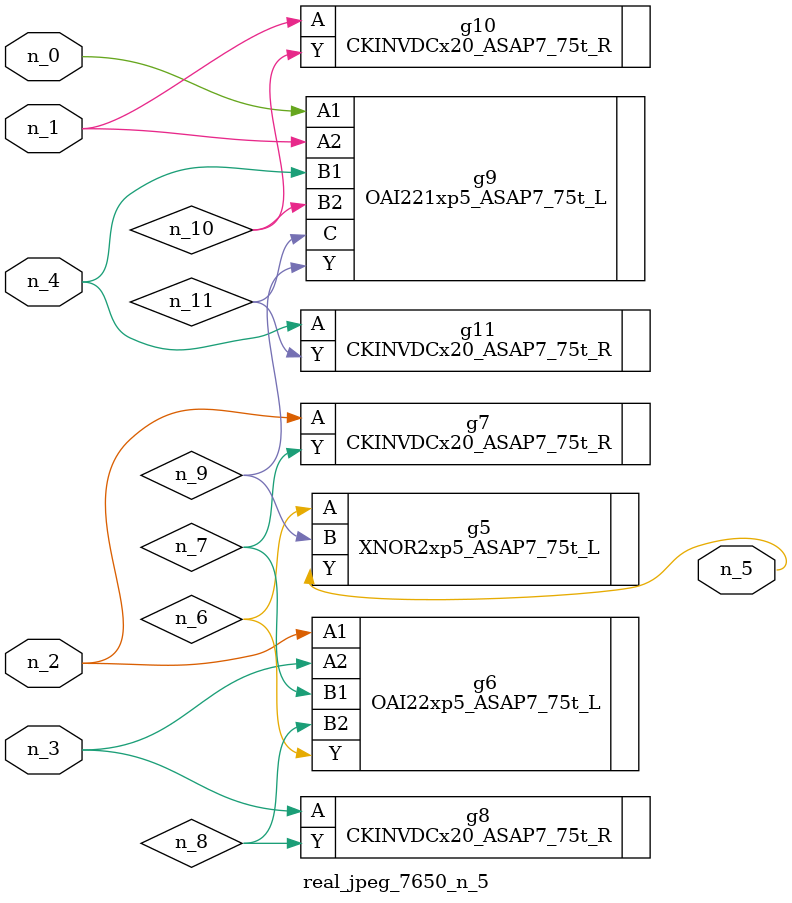
<source format=v>
module real_jpeg_7650_n_5 (n_4, n_0, n_1, n_2, n_3, n_5);

input n_4;
input n_0;
input n_1;
input n_2;
input n_3;

output n_5;

wire n_8;
wire n_11;
wire n_6;
wire n_7;
wire n_10;
wire n_9;

OAI221xp5_ASAP7_75t_L g9 ( 
.A1(n_0),
.A2(n_1),
.B1(n_4),
.B2(n_10),
.C(n_11),
.Y(n_9)
);

CKINVDCx20_ASAP7_75t_R g10 ( 
.A(n_1),
.Y(n_10)
);

OAI22xp5_ASAP7_75t_L g6 ( 
.A1(n_2),
.A2(n_3),
.B1(n_7),
.B2(n_8),
.Y(n_6)
);

CKINVDCx20_ASAP7_75t_R g7 ( 
.A(n_2),
.Y(n_7)
);

CKINVDCx20_ASAP7_75t_R g8 ( 
.A(n_3),
.Y(n_8)
);

CKINVDCx20_ASAP7_75t_R g11 ( 
.A(n_4),
.Y(n_11)
);

XNOR2xp5_ASAP7_75t_L g5 ( 
.A(n_6),
.B(n_9),
.Y(n_5)
);


endmodule
</source>
